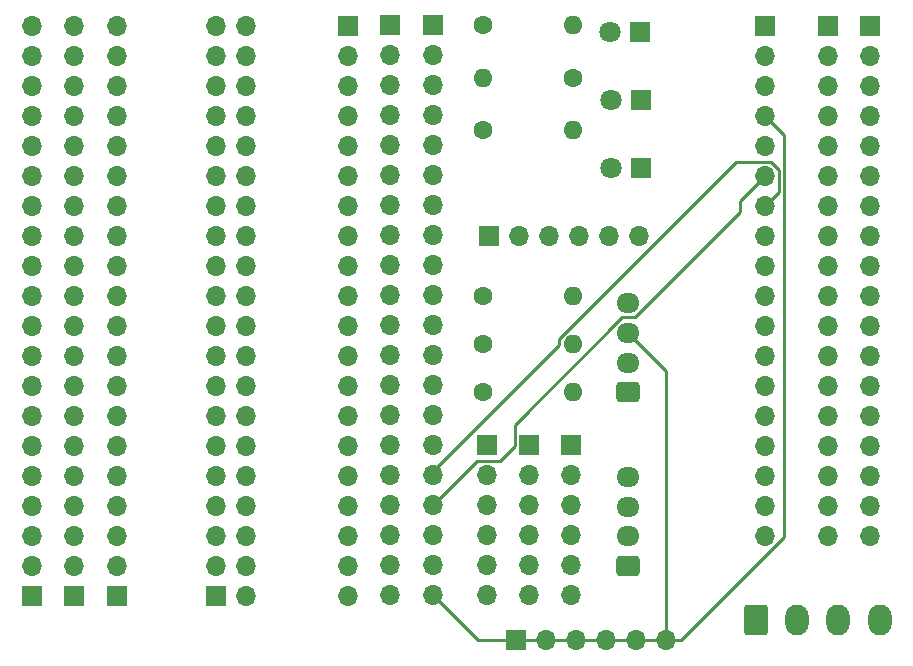
<source format=gbr>
%TF.GenerationSoftware,KiCad,Pcbnew,7.0.5-0*%
%TF.CreationDate,2023-10-01T14:36:37-07:00*%
%TF.ProjectId,FONA_pi,464f4e41-5f70-4692-9e6b-696361645f70,rev?*%
%TF.SameCoordinates,Original*%
%TF.FileFunction,Copper,L2,Bot*%
%TF.FilePolarity,Positive*%
%FSLAX46Y46*%
G04 Gerber Fmt 4.6, Leading zero omitted, Abs format (unit mm)*
G04 Created by KiCad (PCBNEW 7.0.5-0) date 2023-10-01 14:36:37*
%MOMM*%
%LPD*%
G01*
G04 APERTURE LIST*
G04 Aperture macros list*
%AMRoundRect*
0 Rectangle with rounded corners*
0 $1 Rounding radius*
0 $2 $3 $4 $5 $6 $7 $8 $9 X,Y pos of 4 corners*
0 Add a 4 corners polygon primitive as box body*
4,1,4,$2,$3,$4,$5,$6,$7,$8,$9,$2,$3,0*
0 Add four circle primitives for the rounded corners*
1,1,$1+$1,$2,$3*
1,1,$1+$1,$4,$5*
1,1,$1+$1,$6,$7*
1,1,$1+$1,$8,$9*
0 Add four rect primitives between the rounded corners*
20,1,$1+$1,$2,$3,$4,$5,0*
20,1,$1+$1,$4,$5,$6,$7,0*
20,1,$1+$1,$6,$7,$8,$9,0*
20,1,$1+$1,$8,$9,$2,$3,0*%
G04 Aperture macros list end*
%TA.AperFunction,ComponentPad*%
%ADD10R,1.700000X1.700000*%
%TD*%
%TA.AperFunction,ComponentPad*%
%ADD11O,1.700000X1.700000*%
%TD*%
%TA.AperFunction,ComponentPad*%
%ADD12C,1.600000*%
%TD*%
%TA.AperFunction,ComponentPad*%
%ADD13O,1.600000X1.600000*%
%TD*%
%TA.AperFunction,ComponentPad*%
%ADD14R,1.800000X1.800000*%
%TD*%
%TA.AperFunction,ComponentPad*%
%ADD15C,1.800000*%
%TD*%
%TA.AperFunction,ComponentPad*%
%ADD16RoundRect,0.250000X0.725000X-0.600000X0.725000X0.600000X-0.725000X0.600000X-0.725000X-0.600000X0*%
%TD*%
%TA.AperFunction,ComponentPad*%
%ADD17O,1.950000X1.700000*%
%TD*%
%TA.AperFunction,ComponentPad*%
%ADD18RoundRect,0.250000X-0.750000X-1.050000X0.750000X-1.050000X0.750000X1.050000X-0.750000X1.050000X0*%
%TD*%
%TA.AperFunction,ComponentPad*%
%ADD19O,2.000000X2.600000*%
%TD*%
%TA.AperFunction,Conductor*%
%ADD20C,0.250000*%
%TD*%
G04 APERTURE END LIST*
D10*
%TO.P,J5,1,Pin_1*%
%TO.N,Net-(J5-Pin_1)*%
X147955000Y-60934600D03*
D11*
%TO.P,J5,2,Pin_2*%
%TO.N,Net-(J5-Pin_2)*%
X147955000Y-63474600D03*
%TO.P,J5,3,Pin_3*%
%TO.N,Net-(J5-Pin_3)*%
X147955000Y-66014600D03*
%TO.P,J5,4,Pin_4*%
%TO.N,Net-(J10-Pin_3)*%
X147955000Y-68554600D03*
%TO.P,J5,5,Pin_5*%
%TO.N,Net-(J5-Pin_5)*%
X147955000Y-71094600D03*
%TO.P,J5,6,Pin_6*%
%TO.N,Net-(J2-Pin_8)*%
X147955000Y-73634600D03*
%TO.P,J5,7,Pin_7*%
%TO.N,Net-(J2-Pin_10)*%
X147955000Y-76174600D03*
%TO.P,J5,8,Pin_8*%
%TO.N,Net-(J5-Pin_8)*%
X147955000Y-78714600D03*
%TO.P,J5,9,Pin_9*%
%TO.N,Net-(J5-Pin_9)*%
X147955000Y-81254600D03*
%TO.P,J5,10,Pin_10*%
%TO.N,Net-(J5-Pin_10)*%
X147955000Y-83794600D03*
%TO.P,J5,11,Pin_11*%
%TO.N,Net-(G5-A)*%
X147955000Y-86334600D03*
%TO.P,J5,12,Pin_12*%
%TO.N,Net-(J5-Pin_12)*%
X147955000Y-88874600D03*
%TO.P,J5,13,Pin_13*%
%TO.N,Net-(J5-Pin_13)*%
X147955000Y-91414600D03*
%TO.P,J5,14,Pin_14*%
%TO.N,Net-(J5-Pin_14)*%
X147955000Y-93954600D03*
%TO.P,J5,15,Pin_15*%
%TO.N,Net-(J18-Pin_4)*%
X147955000Y-96494600D03*
%TO.P,J5,16,Pin_16*%
%TO.N,Net-(J18-Pin_3)*%
X147955000Y-99034600D03*
%TO.P,J5,17,Pin_17*%
%TO.N,Net-(J18-Pin_2)*%
X147955000Y-101574600D03*
%TO.P,J5,18,Pin_18*%
%TO.N,Net-(J18-Pin_1)*%
X147955000Y-104114600D03*
%TD*%
D12*
%TO.P,R1,1*%
%TO.N,Net-(J1-Pin_16)*%
X124104400Y-69773800D03*
D13*
%TO.P,R1,2*%
%TO.N,Net-(D3-A)*%
X131724400Y-69773800D03*
%TD*%
D10*
%TO.P,J13,1,Pin_1*%
%TO.N,Net-(J13-Pin_1)*%
X124383800Y-96418400D03*
D11*
%TO.P,J13,2,Pin_2*%
%TO.N,Net-(J13-Pin_2)*%
X124383800Y-98958400D03*
%TO.P,J13,3,Pin_3*%
%TO.N,Net-(J13-Pin_3)*%
X124383800Y-101498400D03*
%TO.P,J13,4,Pin_4*%
%TO.N,Net-(J13-Pin_4)*%
X124383800Y-104038400D03*
%TO.P,J13,5,Pin_5*%
%TO.N,Net-(J13-Pin_5)*%
X124383800Y-106578400D03*
%TO.P,J13,6,Pin_6*%
%TO.N,Net-(J13-Pin_6)*%
X124383800Y-109118400D03*
%TD*%
D10*
%TO.P,J6,1,Pin_1*%
%TO.N,Net-(J5-Pin_1)*%
X153286400Y-60960000D03*
D11*
%TO.P,J6,2,Pin_2*%
%TO.N,Net-(J5-Pin_2)*%
X153286400Y-63500000D03*
%TO.P,J6,3,Pin_3*%
%TO.N,Net-(J5-Pin_3)*%
X153286400Y-66040000D03*
%TO.P,J6,4,Pin_4*%
%TO.N,Net-(J10-Pin_3)*%
X153286400Y-68580000D03*
%TO.P,J6,5,Pin_5*%
%TO.N,Net-(J5-Pin_5)*%
X153286400Y-71120000D03*
%TO.P,J6,6,Pin_6*%
%TO.N,Net-(J2-Pin_8)*%
X153286400Y-73660000D03*
%TO.P,J6,7,Pin_7*%
%TO.N,Net-(J2-Pin_10)*%
X153286400Y-76200000D03*
%TO.P,J6,8,Pin_8*%
%TO.N,Net-(J5-Pin_8)*%
X153286400Y-78740000D03*
%TO.P,J6,9,Pin_9*%
%TO.N,Net-(J5-Pin_9)*%
X153286400Y-81280000D03*
%TO.P,J6,10,Pin_10*%
%TO.N,Net-(J5-Pin_10)*%
X153286400Y-83820000D03*
%TO.P,J6,11,Pin_11*%
%TO.N,Net-(G5-A)*%
X153286400Y-86360000D03*
%TO.P,J6,12,Pin_12*%
%TO.N,Net-(J5-Pin_12)*%
X153286400Y-88900000D03*
%TO.P,J6,13,Pin_13*%
%TO.N,Net-(J5-Pin_13)*%
X153286400Y-91440000D03*
%TO.P,J6,14,Pin_14*%
%TO.N,Net-(J5-Pin_14)*%
X153286400Y-93980000D03*
%TO.P,J6,15,Pin_15*%
%TO.N,Net-(J18-Pin_4)*%
X153286400Y-96520000D03*
%TO.P,J6,16,Pin_16*%
%TO.N,Net-(J18-Pin_3)*%
X153286400Y-99060000D03*
%TO.P,J6,17,Pin_17*%
%TO.N,Net-(J18-Pin_2)*%
X153286400Y-101600000D03*
%TO.P,J6,18,Pin_18*%
%TO.N,Net-(J18-Pin_1)*%
X153286400Y-104140000D03*
%TD*%
D12*
%TO.P,R6,1*%
%TO.N,Net-(J2-Pin_16)*%
X124053600Y-91922600D03*
D13*
%TO.P,R6,2*%
%TO.N,Net-(J10-Pin_1)*%
X131673600Y-91922600D03*
%TD*%
D14*
%TO.P,D3,1,K*%
%TO.N,Net-(D1-K)*%
X137439400Y-72948800D03*
D15*
%TO.P,D3,2,A*%
%TO.N,Net-(D3-A)*%
X134899400Y-72948800D03*
%TD*%
D12*
%TO.P,R3,1*%
%TO.N,Net-(J1-Pin_19)*%
X124104400Y-60883800D03*
D13*
%TO.P,R3,2*%
%TO.N,Net-(D1-A)*%
X131724400Y-60883800D03*
%TD*%
D16*
%TO.P,J9,1,Pin_1*%
%TO.N,Net-(J18-Pin_1)*%
X136347200Y-106629200D03*
D17*
%TO.P,J9,2,Pin_2*%
%TO.N,Net-(J18-Pin_2)*%
X136347200Y-104129200D03*
%TO.P,J9,3,Pin_3*%
%TO.N,Net-(J18-Pin_3)*%
X136347200Y-101629200D03*
%TO.P,J9,4,Pin_4*%
%TO.N,Net-(J18-Pin_4)*%
X136347200Y-99129200D03*
%TD*%
D12*
%TO.P,R2,1*%
%TO.N,Net-(D2-A)*%
X131724400Y-65328800D03*
D13*
%TO.P,R2,2*%
%TO.N,Net-(J2-Pin_36)*%
X124104400Y-65328800D03*
%TD*%
D12*
%TO.P,R4,1*%
%TO.N,Net-(J2-Pin_22)*%
X124053600Y-83822600D03*
D13*
%TO.P,R4,2*%
%TO.N,Net-(J10-Pin_4)*%
X131673600Y-83822600D03*
%TD*%
D10*
%TO.P,J15,1,Pin_1*%
%TO.N,Net-(J13-Pin_1)*%
X131523800Y-96418400D03*
D11*
%TO.P,J15,2,Pin_2*%
%TO.N,Net-(J13-Pin_2)*%
X131523800Y-98958400D03*
%TO.P,J15,3,Pin_3*%
%TO.N,Net-(J13-Pin_3)*%
X131523800Y-101498400D03*
%TO.P,J15,4,Pin_4*%
%TO.N,Net-(J13-Pin_4)*%
X131523800Y-104038400D03*
%TO.P,J15,5,Pin_5*%
%TO.N,Net-(J13-Pin_5)*%
X131523800Y-106578400D03*
%TO.P,J15,6,Pin_6*%
%TO.N,Net-(J13-Pin_6)*%
X131523800Y-109118400D03*
%TD*%
D12*
%TO.P,R5,1*%
%TO.N,Net-(J2-Pin_18)*%
X124053600Y-87872600D03*
D13*
%TO.P,R5,2*%
%TO.N,Net-(J10-Pin_2)*%
X131673600Y-87872600D03*
%TD*%
D10*
%TO.P,J2,1,Pin_1*%
%TO.N,Net-(J1-Pin_1)*%
X101447600Y-109169200D03*
D11*
%TO.P,J2,2,Pin_2*%
%TO.N,Net-(J10-Pin_3)*%
X103987600Y-109169200D03*
%TO.P,J2,3,Pin_3*%
%TO.N,Net-(J1-Pin_2)*%
X101447600Y-106629200D03*
%TO.P,J2,4,Pin_4*%
%TO.N,Net-(J2-Pin_4)*%
X103987600Y-106629200D03*
%TO.P,J2,5,Pin_5*%
%TO.N,Net-(J1-Pin_3)*%
X101447600Y-104089200D03*
%TO.P,J2,6,Pin_6*%
%TO.N,Net-(J2-Pin_6)*%
X103987600Y-104089200D03*
%TO.P,J2,7,Pin_7*%
%TO.N,Net-(J1-Pin_4)*%
X101447600Y-101549200D03*
%TO.P,J2,8,Pin_8*%
%TO.N,Net-(J2-Pin_8)*%
X103987600Y-101549200D03*
%TO.P,J2,9,Pin_9*%
%TO.N,Net-(J1-Pin_5)*%
X101447600Y-99009200D03*
%TO.P,J2,10,Pin_10*%
%TO.N,Net-(J2-Pin_10)*%
X103987600Y-99009200D03*
%TO.P,J2,11,Pin_11*%
%TO.N,Net-(J1-Pin_6)*%
X101447600Y-96469200D03*
%TO.P,J2,12,Pin_12*%
%TO.N,Net-(J2-Pin_12)*%
X103987600Y-96469200D03*
%TO.P,J2,13,Pin_13*%
%TO.N,Net-(J1-Pin_7)*%
X101447600Y-93929200D03*
%TO.P,J2,14,Pin_14*%
%TO.N,Net-(J2-Pin_14)*%
X103987600Y-93929200D03*
%TO.P,J2,15,Pin_15*%
%TO.N,Net-(J1-Pin_8)*%
X101447600Y-91389200D03*
%TO.P,J2,16,Pin_16*%
%TO.N,Net-(J2-Pin_16)*%
X103987600Y-91389200D03*
%TO.P,J2,17,Pin_17*%
%TO.N,Net-(J1-Pin_9)*%
X101447600Y-88849200D03*
%TO.P,J2,18,Pin_18*%
%TO.N,Net-(J2-Pin_18)*%
X103987600Y-88849200D03*
%TO.P,J2,19,Pin_19*%
%TO.N,Net-(J1-Pin_10)*%
X101447600Y-86309200D03*
%TO.P,J2,20,Pin_20*%
%TO.N,Net-(J2-Pin_20)*%
X103987600Y-86309200D03*
%TO.P,J2,21,Pin_21*%
%TO.N,Net-(J1-Pin_11)*%
X101447600Y-83769200D03*
%TO.P,J2,22,Pin_22*%
%TO.N,Net-(J2-Pin_22)*%
X103987600Y-83769200D03*
%TO.P,J2,23,Pin_23*%
%TO.N,Net-(J1-Pin_12)*%
X101447600Y-81229200D03*
%TO.P,J2,24,Pin_24*%
%TO.N,Net-(J2-Pin_24)*%
X103987600Y-81229200D03*
%TO.P,J2,25,Pin_25*%
%TO.N,Net-(J1-Pin_13)*%
X101447600Y-78689200D03*
%TO.P,J2,26,Pin_26*%
%TO.N,Net-(J2-Pin_26)*%
X103987600Y-78689200D03*
%TO.P,J2,27,Pin_27*%
%TO.N,Net-(J1-Pin_14)*%
X101447600Y-76149200D03*
%TO.P,J2,28,Pin_28*%
%TO.N,Net-(J2-Pin_28)*%
X103987600Y-76149200D03*
%TO.P,J2,29,Pin_29*%
%TO.N,Net-(G5-B)*%
X101447600Y-73609200D03*
%TO.P,J2,30,Pin_30*%
%TO.N,Net-(J2-Pin_30)*%
X103987600Y-73609200D03*
%TO.P,J2,31,Pin_31*%
%TO.N,Net-(J1-Pin_16)*%
X101447600Y-71069200D03*
%TO.P,J2,32,Pin_32*%
%TO.N,Net-(J2-Pin_32)*%
X103987600Y-71069200D03*
%TO.P,J2,33,Pin_33*%
%TO.N,Net-(J1-Pin_17)*%
X101447600Y-68529200D03*
%TO.P,J2,34,Pin_34*%
%TO.N,Net-(D1-K)*%
X103987600Y-68529200D03*
%TO.P,J2,35,Pin_35*%
%TO.N,Net-(J1-Pin_18)*%
X101447600Y-65989200D03*
%TO.P,J2,36,Pin_36*%
%TO.N,Net-(J2-Pin_36)*%
X103987600Y-65989200D03*
%TO.P,J2,37,Pin_37*%
%TO.N,Net-(J1-Pin_19)*%
X101447600Y-63449200D03*
%TO.P,J2,38,Pin_38*%
%TO.N,Net-(J2-Pin_38)*%
X103987600Y-63449200D03*
%TO.P,J2,39,Pin_39*%
%TO.N,Net-(J1-Pin_20)*%
X101447600Y-60909200D03*
%TO.P,J2,40,Pin_40*%
%TO.N,Net-(J2-Pin_40)*%
X103987600Y-60909200D03*
%TD*%
D14*
%TO.P,D2,1,K*%
%TO.N,Net-(D1-K)*%
X137444400Y-67233800D03*
D15*
%TO.P,D2,2,A*%
%TO.N,Net-(D2-A)*%
X134904400Y-67233800D03*
%TD*%
D10*
%TO.P,J4,1,Pin_1*%
%TO.N,Net-(J2-Pin_40)*%
X119862600Y-60883800D03*
D11*
%TO.P,J4,2,Pin_2*%
%TO.N,Net-(J2-Pin_38)*%
X119862600Y-63423800D03*
%TO.P,J4,3,Pin_3*%
%TO.N,Net-(J2-Pin_36)*%
X119862600Y-65963800D03*
%TO.P,J4,4,Pin_4*%
%TO.N,Net-(D1-K)*%
X119862600Y-68503800D03*
%TO.P,J4,5,Pin_5*%
%TO.N,Net-(J2-Pin_32)*%
X119862600Y-71043800D03*
%TO.P,J4,6,Pin_6*%
%TO.N,Net-(J2-Pin_30)*%
X119862600Y-73583800D03*
%TO.P,J4,7,Pin_7*%
%TO.N,Net-(J2-Pin_28)*%
X119862600Y-76123800D03*
%TO.P,J4,8,Pin_8*%
%TO.N,Net-(J2-Pin_26)*%
X119862600Y-78663800D03*
%TO.P,J4,9,Pin_9*%
%TO.N,Net-(J2-Pin_24)*%
X119862600Y-81203800D03*
%TO.P,J4,10,Pin_10*%
%TO.N,Net-(J2-Pin_22)*%
X119862600Y-83743800D03*
%TO.P,J4,11,Pin_11*%
%TO.N,Net-(J2-Pin_20)*%
X119862600Y-86283800D03*
%TO.P,J4,12,Pin_12*%
%TO.N,Net-(J2-Pin_18)*%
X119862600Y-88823800D03*
%TO.P,J4,13,Pin_13*%
%TO.N,Net-(J2-Pin_16)*%
X119862600Y-91363800D03*
%TO.P,J4,14,Pin_14*%
%TO.N,Net-(J2-Pin_14)*%
X119862600Y-93903800D03*
%TO.P,J4,15,Pin_15*%
%TO.N,Net-(J2-Pin_12)*%
X119862600Y-96443800D03*
%TO.P,J4,16,Pin_16*%
%TO.N,Net-(J2-Pin_10)*%
X119862600Y-98983800D03*
%TO.P,J4,17,Pin_17*%
%TO.N,Net-(J2-Pin_8)*%
X119862600Y-101523800D03*
%TO.P,J4,18,Pin_18*%
%TO.N,Net-(J2-Pin_6)*%
X119862600Y-104063800D03*
%TO.P,J4,19,Pin_19*%
%TO.N,Net-(J2-Pin_4)*%
X119862600Y-106603800D03*
%TO.P,J4,20,Pin_20*%
%TO.N,Net-(J10-Pin_3)*%
X119862600Y-109143800D03*
%TD*%
D10*
%TO.P,J17,1,Pin_1*%
%TO.N,Net-(J10-Pin_3)*%
X126898400Y-112928400D03*
D11*
%TO.P,J17,2,Pin_2*%
X129438400Y-112928400D03*
%TO.P,J17,3,Pin_3*%
X131978400Y-112928400D03*
%TO.P,J17,4,Pin_4*%
X134518400Y-112928400D03*
%TO.P,J17,5,Pin_5*%
X137058400Y-112928400D03*
%TO.P,J17,6,Pin_6*%
X139598400Y-112928400D03*
%TD*%
D10*
%TO.P,J11,1,Pin_1*%
%TO.N,Net-(J1-Pin_1)*%
X89486800Y-109160000D03*
D11*
%TO.P,J11,2,Pin_2*%
%TO.N,Net-(J1-Pin_2)*%
X89486800Y-106620000D03*
%TO.P,J11,3,Pin_3*%
%TO.N,Net-(J1-Pin_3)*%
X89486800Y-104080000D03*
%TO.P,J11,4,Pin_4*%
%TO.N,Net-(J1-Pin_4)*%
X89486800Y-101540000D03*
%TO.P,J11,5,Pin_5*%
%TO.N,Net-(J1-Pin_5)*%
X89486800Y-99000000D03*
%TO.P,J11,6,Pin_6*%
%TO.N,Net-(J1-Pin_6)*%
X89486800Y-96460000D03*
%TO.P,J11,7,Pin_7*%
%TO.N,Net-(J1-Pin_7)*%
X89486800Y-93920000D03*
%TO.P,J11,8,Pin_8*%
%TO.N,Net-(J1-Pin_8)*%
X89486800Y-91380000D03*
%TO.P,J11,9,Pin_9*%
%TO.N,Net-(J1-Pin_9)*%
X89486800Y-88840000D03*
%TO.P,J11,10,Pin_10*%
%TO.N,Net-(J1-Pin_10)*%
X89486800Y-86300000D03*
%TO.P,J11,11,Pin_11*%
%TO.N,Net-(J1-Pin_11)*%
X89486800Y-83760000D03*
%TO.P,J11,12,Pin_12*%
%TO.N,Net-(J1-Pin_12)*%
X89486800Y-81220000D03*
%TO.P,J11,13,Pin_13*%
%TO.N,Net-(J1-Pin_13)*%
X89486800Y-78680000D03*
%TO.P,J11,14,Pin_14*%
%TO.N,Net-(J1-Pin_14)*%
X89486800Y-76140000D03*
%TO.P,J11,15,Pin_15*%
%TO.N,Net-(G5-B)*%
X89486800Y-73600000D03*
%TO.P,J11,16,Pin_16*%
%TO.N,Net-(J1-Pin_16)*%
X89486800Y-71060000D03*
%TO.P,J11,17,Pin_17*%
%TO.N,Net-(J1-Pin_17)*%
X89486800Y-68520000D03*
%TO.P,J11,18,Pin_18*%
%TO.N,Net-(J1-Pin_18)*%
X89486800Y-65980000D03*
%TO.P,J11,19,Pin_19*%
%TO.N,Net-(J1-Pin_19)*%
X89486800Y-63440000D03*
%TO.P,J11,20,Pin_20*%
%TO.N,Net-(J1-Pin_20)*%
X89486800Y-60900000D03*
%TD*%
D10*
%TO.P,J12,1,Pin_1*%
%TO.N,Net-(J1-Pin_1)*%
X85877400Y-109160000D03*
D11*
%TO.P,J12,2,Pin_2*%
%TO.N,Net-(J1-Pin_2)*%
X85877400Y-106620000D03*
%TO.P,J12,3,Pin_3*%
%TO.N,Net-(J1-Pin_3)*%
X85877400Y-104080000D03*
%TO.P,J12,4,Pin_4*%
%TO.N,Net-(J1-Pin_4)*%
X85877400Y-101540000D03*
%TO.P,J12,5,Pin_5*%
%TO.N,Net-(J1-Pin_5)*%
X85877400Y-99000000D03*
%TO.P,J12,6,Pin_6*%
%TO.N,Net-(J1-Pin_6)*%
X85877400Y-96460000D03*
%TO.P,J12,7,Pin_7*%
%TO.N,Net-(J1-Pin_7)*%
X85877400Y-93920000D03*
%TO.P,J12,8,Pin_8*%
%TO.N,Net-(J1-Pin_8)*%
X85877400Y-91380000D03*
%TO.P,J12,9,Pin_9*%
%TO.N,Net-(J1-Pin_9)*%
X85877400Y-88840000D03*
%TO.P,J12,10,Pin_10*%
%TO.N,Net-(J1-Pin_10)*%
X85877400Y-86300000D03*
%TO.P,J12,11,Pin_11*%
%TO.N,Net-(J1-Pin_11)*%
X85877400Y-83760000D03*
%TO.P,J12,12,Pin_12*%
%TO.N,Net-(J1-Pin_12)*%
X85877400Y-81220000D03*
%TO.P,J12,13,Pin_13*%
%TO.N,Net-(J1-Pin_13)*%
X85877400Y-78680000D03*
%TO.P,J12,14,Pin_14*%
%TO.N,Net-(J1-Pin_14)*%
X85877400Y-76140000D03*
%TO.P,J12,15,Pin_15*%
%TO.N,Net-(G5-B)*%
X85877400Y-73600000D03*
%TO.P,J12,16,Pin_16*%
%TO.N,Net-(J1-Pin_16)*%
X85877400Y-71060000D03*
%TO.P,J12,17,Pin_17*%
%TO.N,Net-(J1-Pin_17)*%
X85877400Y-68520000D03*
%TO.P,J12,18,Pin_18*%
%TO.N,Net-(J1-Pin_18)*%
X85877400Y-65980000D03*
%TO.P,J12,19,Pin_19*%
%TO.N,Net-(J1-Pin_19)*%
X85877400Y-63440000D03*
%TO.P,J12,20,Pin_20*%
%TO.N,Net-(J1-Pin_20)*%
X85877400Y-60900000D03*
%TD*%
D10*
%TO.P,J1,1,Pin_1*%
%TO.N,Net-(J1-Pin_1)*%
X93091000Y-109169200D03*
D11*
%TO.P,J1,2,Pin_2*%
%TO.N,Net-(J1-Pin_2)*%
X93091000Y-106629200D03*
%TO.P,J1,3,Pin_3*%
%TO.N,Net-(J1-Pin_3)*%
X93091000Y-104089200D03*
%TO.P,J1,4,Pin_4*%
%TO.N,Net-(J1-Pin_4)*%
X93091000Y-101549200D03*
%TO.P,J1,5,Pin_5*%
%TO.N,Net-(J1-Pin_5)*%
X93091000Y-99009200D03*
%TO.P,J1,6,Pin_6*%
%TO.N,Net-(J1-Pin_6)*%
X93091000Y-96469200D03*
%TO.P,J1,7,Pin_7*%
%TO.N,Net-(J1-Pin_7)*%
X93091000Y-93929200D03*
%TO.P,J1,8,Pin_8*%
%TO.N,Net-(J1-Pin_8)*%
X93091000Y-91389200D03*
%TO.P,J1,9,Pin_9*%
%TO.N,Net-(J1-Pin_9)*%
X93091000Y-88849200D03*
%TO.P,J1,10,Pin_10*%
%TO.N,Net-(J1-Pin_10)*%
X93091000Y-86309200D03*
%TO.P,J1,11,Pin_11*%
%TO.N,Net-(J1-Pin_11)*%
X93091000Y-83769200D03*
%TO.P,J1,12,Pin_12*%
%TO.N,Net-(J1-Pin_12)*%
X93091000Y-81229200D03*
%TO.P,J1,13,Pin_13*%
%TO.N,Net-(J1-Pin_13)*%
X93091000Y-78689200D03*
%TO.P,J1,14,Pin_14*%
%TO.N,Net-(J1-Pin_14)*%
X93091000Y-76149200D03*
%TO.P,J1,15,Pin_15*%
%TO.N,Net-(G5-B)*%
X93091000Y-73609200D03*
%TO.P,J1,16,Pin_16*%
%TO.N,Net-(J1-Pin_16)*%
X93091000Y-71069200D03*
%TO.P,J1,17,Pin_17*%
%TO.N,Net-(J1-Pin_17)*%
X93091000Y-68529200D03*
%TO.P,J1,18,Pin_18*%
%TO.N,Net-(J1-Pin_18)*%
X93091000Y-65989200D03*
%TO.P,J1,19,Pin_19*%
%TO.N,Net-(J1-Pin_19)*%
X93091000Y-63449200D03*
%TO.P,J1,20,Pin_20*%
%TO.N,Net-(J1-Pin_20)*%
X93091000Y-60909200D03*
%TD*%
D10*
%TO.P,J8,1,Pin_1*%
%TO.N,Net-(J5-Pin_1)*%
X156870400Y-60960000D03*
D11*
%TO.P,J8,2,Pin_2*%
%TO.N,Net-(J5-Pin_2)*%
X156870400Y-63500000D03*
%TO.P,J8,3,Pin_3*%
%TO.N,Net-(J5-Pin_3)*%
X156870400Y-66040000D03*
%TO.P,J8,4,Pin_4*%
%TO.N,Net-(J10-Pin_3)*%
X156870400Y-68580000D03*
%TO.P,J8,5,Pin_5*%
%TO.N,Net-(J5-Pin_5)*%
X156870400Y-71120000D03*
%TO.P,J8,6,Pin_6*%
%TO.N,Net-(J2-Pin_8)*%
X156870400Y-73660000D03*
%TO.P,J8,7,Pin_7*%
%TO.N,Net-(J2-Pin_10)*%
X156870400Y-76200000D03*
%TO.P,J8,8,Pin_8*%
%TO.N,Net-(J5-Pin_8)*%
X156870400Y-78740000D03*
%TO.P,J8,9,Pin_9*%
%TO.N,Net-(J5-Pin_9)*%
X156870400Y-81280000D03*
%TO.P,J8,10,Pin_10*%
%TO.N,Net-(J5-Pin_10)*%
X156870400Y-83820000D03*
%TO.P,J8,11,Pin_11*%
%TO.N,Net-(G5-A)*%
X156870400Y-86360000D03*
%TO.P,J8,12,Pin_12*%
%TO.N,Net-(J5-Pin_12)*%
X156870400Y-88900000D03*
%TO.P,J8,13,Pin_13*%
%TO.N,Net-(J5-Pin_13)*%
X156870400Y-91440000D03*
%TO.P,J8,14,Pin_14*%
%TO.N,Net-(J5-Pin_14)*%
X156870400Y-93980000D03*
%TO.P,J8,15,Pin_15*%
%TO.N,Net-(J18-Pin_4)*%
X156870400Y-96520000D03*
%TO.P,J8,16,Pin_16*%
%TO.N,Net-(J18-Pin_3)*%
X156870400Y-99060000D03*
%TO.P,J8,17,Pin_17*%
%TO.N,Net-(J18-Pin_2)*%
X156870400Y-101600000D03*
%TO.P,J8,18,Pin_18*%
%TO.N,Net-(J18-Pin_1)*%
X156870400Y-104140000D03*
%TD*%
D16*
%TO.P,J10,1,Pin_1*%
%TO.N,Net-(J10-Pin_1)*%
X136347200Y-91929600D03*
D17*
%TO.P,J10,2,Pin_2*%
%TO.N,Net-(J10-Pin_2)*%
X136347200Y-89429600D03*
%TO.P,J10,3,Pin_3*%
%TO.N,Net-(J10-Pin_3)*%
X136347200Y-86929600D03*
%TO.P,J10,4,Pin_4*%
%TO.N,Net-(J10-Pin_4)*%
X136347200Y-84429600D03*
%TD*%
D10*
%TO.P,J16,1,Pin_1*%
%TO.N,Net-(D1-K)*%
X124561600Y-78689200D03*
D11*
%TO.P,J16,2,Pin_2*%
X127101600Y-78689200D03*
%TO.P,J16,3,Pin_3*%
X129641600Y-78689200D03*
%TO.P,J16,4,Pin_4*%
X132181600Y-78689200D03*
%TO.P,J16,5,Pin_5*%
X134721600Y-78689200D03*
%TO.P,J16,6,Pin_6*%
X137261600Y-78689200D03*
%TD*%
D10*
%TO.P,J3,1,Pin_1*%
%TO.N,Net-(J2-Pin_40)*%
X112649000Y-60960000D03*
D11*
%TO.P,J3,2,Pin_2*%
%TO.N,Net-(J2-Pin_38)*%
X112649000Y-63500000D03*
%TO.P,J3,3,Pin_3*%
%TO.N,Net-(J2-Pin_36)*%
X112649000Y-66040000D03*
%TO.P,J3,4,Pin_4*%
%TO.N,Net-(D1-K)*%
X112649000Y-68580000D03*
%TO.P,J3,5,Pin_5*%
%TO.N,Net-(J2-Pin_32)*%
X112649000Y-71120000D03*
%TO.P,J3,6,Pin_6*%
%TO.N,Net-(J2-Pin_30)*%
X112649000Y-73660000D03*
%TO.P,J3,7,Pin_7*%
%TO.N,Net-(J2-Pin_28)*%
X112649000Y-76200000D03*
%TO.P,J3,8,Pin_8*%
%TO.N,Net-(J2-Pin_26)*%
X112649000Y-78740000D03*
%TO.P,J3,9,Pin_9*%
%TO.N,Net-(J2-Pin_24)*%
X112649000Y-81280000D03*
%TO.P,J3,10,Pin_10*%
%TO.N,Net-(J2-Pin_22)*%
X112649000Y-83820000D03*
%TO.P,J3,11,Pin_11*%
%TO.N,Net-(J2-Pin_20)*%
X112649000Y-86360000D03*
%TO.P,J3,12,Pin_12*%
%TO.N,Net-(J2-Pin_18)*%
X112649000Y-88900000D03*
%TO.P,J3,13,Pin_13*%
%TO.N,Net-(J2-Pin_16)*%
X112649000Y-91440000D03*
%TO.P,J3,14,Pin_14*%
%TO.N,Net-(J2-Pin_14)*%
X112649000Y-93980000D03*
%TO.P,J3,15,Pin_15*%
%TO.N,Net-(J2-Pin_12)*%
X112649000Y-96520000D03*
%TO.P,J3,16,Pin_16*%
%TO.N,Net-(J2-Pin_10)*%
X112649000Y-99060000D03*
%TO.P,J3,17,Pin_17*%
%TO.N,Net-(J2-Pin_8)*%
X112649000Y-101600000D03*
%TO.P,J3,18,Pin_18*%
%TO.N,Net-(J2-Pin_6)*%
X112649000Y-104140000D03*
%TO.P,J3,19,Pin_19*%
%TO.N,Net-(J2-Pin_4)*%
X112649000Y-106680000D03*
%TO.P,J3,20,Pin_20*%
%TO.N,Net-(J10-Pin_3)*%
X112649000Y-109220000D03*
%TD*%
D10*
%TO.P,J7,1,Pin_1*%
%TO.N,Net-(J2-Pin_40)*%
X116230400Y-60883800D03*
D11*
%TO.P,J7,2,Pin_2*%
%TO.N,Net-(J2-Pin_38)*%
X116230400Y-63423800D03*
%TO.P,J7,3,Pin_3*%
%TO.N,Net-(J2-Pin_36)*%
X116230400Y-65963800D03*
%TO.P,J7,4,Pin_4*%
%TO.N,Net-(D1-K)*%
X116230400Y-68503800D03*
%TO.P,J7,5,Pin_5*%
%TO.N,Net-(J2-Pin_32)*%
X116230400Y-71043800D03*
%TO.P,J7,6,Pin_6*%
%TO.N,Net-(J2-Pin_30)*%
X116230400Y-73583800D03*
%TO.P,J7,7,Pin_7*%
%TO.N,Net-(J2-Pin_28)*%
X116230400Y-76123800D03*
%TO.P,J7,8,Pin_8*%
%TO.N,Net-(J2-Pin_26)*%
X116230400Y-78663800D03*
%TO.P,J7,9,Pin_9*%
%TO.N,Net-(J2-Pin_24)*%
X116230400Y-81203800D03*
%TO.P,J7,10,Pin_10*%
%TO.N,Net-(J2-Pin_22)*%
X116230400Y-83743800D03*
%TO.P,J7,11,Pin_11*%
%TO.N,Net-(J2-Pin_20)*%
X116230400Y-86283800D03*
%TO.P,J7,12,Pin_12*%
%TO.N,Net-(J2-Pin_18)*%
X116230400Y-88823800D03*
%TO.P,J7,13,Pin_13*%
%TO.N,Net-(J2-Pin_16)*%
X116230400Y-91363800D03*
%TO.P,J7,14,Pin_14*%
%TO.N,Net-(J2-Pin_14)*%
X116230400Y-93903800D03*
%TO.P,J7,15,Pin_15*%
%TO.N,Net-(J2-Pin_12)*%
X116230400Y-96443800D03*
%TO.P,J7,16,Pin_16*%
%TO.N,Net-(J2-Pin_10)*%
X116230400Y-98983800D03*
%TO.P,J7,17,Pin_17*%
%TO.N,Net-(J2-Pin_8)*%
X116230400Y-101523800D03*
%TO.P,J7,18,Pin_18*%
%TO.N,Net-(J2-Pin_6)*%
X116230400Y-104063800D03*
%TO.P,J7,19,Pin_19*%
%TO.N,Net-(J2-Pin_4)*%
X116230400Y-106603800D03*
%TO.P,J7,20,Pin_20*%
%TO.N,Net-(J10-Pin_3)*%
X116230400Y-109143800D03*
%TD*%
D14*
%TO.P,D1,1,K*%
%TO.N,Net-(D1-K)*%
X137414000Y-61468000D03*
D15*
%TO.P,D1,2,A*%
%TO.N,Net-(D1-A)*%
X134874000Y-61468000D03*
%TD*%
D10*
%TO.P,J14,1,Pin_1*%
%TO.N,Net-(J13-Pin_1)*%
X127967800Y-96418400D03*
D11*
%TO.P,J14,2,Pin_2*%
%TO.N,Net-(J13-Pin_2)*%
X127967800Y-98958400D03*
%TO.P,J14,3,Pin_3*%
%TO.N,Net-(J13-Pin_3)*%
X127967800Y-101498400D03*
%TO.P,J14,4,Pin_4*%
%TO.N,Net-(J13-Pin_4)*%
X127967800Y-104038400D03*
%TO.P,J14,5,Pin_5*%
%TO.N,Net-(J13-Pin_5)*%
X127967800Y-106578400D03*
%TO.P,J14,6,Pin_6*%
%TO.N,Net-(J13-Pin_6)*%
X127967800Y-109118400D03*
%TD*%
D18*
%TO.P,J18,1,Pin_1*%
%TO.N,Net-(J18-Pin_1)*%
X147167600Y-111201200D03*
D19*
%TO.P,J18,2,Pin_2*%
%TO.N,Net-(J18-Pin_2)*%
X150667600Y-111201200D03*
%TO.P,J18,3,Pin_3*%
%TO.N,Net-(J18-Pin_3)*%
X154167600Y-111201200D03*
%TO.P,J18,4,Pin_4*%
%TO.N,Net-(J18-Pin_4)*%
X157667600Y-111201200D03*
%TD*%
D20*
%TO.N,Net-(J10-Pin_3)*%
X139598400Y-112928400D02*
X138220000Y-112928400D01*
X138220000Y-112928400D02*
X137058400Y-112928400D01*
X147955000Y-68554600D02*
X149580000Y-70179600D01*
X149580000Y-70179600D02*
X149580000Y-104180000D01*
X149580000Y-104180000D02*
X140831600Y-112928400D01*
X140831600Y-112928400D02*
X138220000Y-112928400D01*
X139598400Y-112928400D02*
X139598400Y-90180800D01*
X139598400Y-90180800D02*
X136347200Y-86929600D01*
%TO.N,Net-(J2-Pin_10)*%
X145495609Y-72459600D02*
X148441701Y-72459600D01*
X149130000Y-74999600D02*
X147955000Y-76174600D01*
X149130000Y-73147899D02*
X149130000Y-74999600D01*
X130548600Y-87903600D02*
X130548600Y-87406609D01*
X130548600Y-87406609D02*
X145495609Y-72459600D01*
X148441701Y-72459600D02*
X149130000Y-73147899D01*
X119862600Y-98589600D02*
X130548600Y-87903600D01*
%TO.N,Net-(J2-Pin_8)*%
X147955000Y-73634600D02*
X145846800Y-75742800D01*
X123603000Y-97783400D02*
X119862600Y-101523800D01*
X145846800Y-76716701D02*
X136958901Y-85604600D01*
X135940800Y-85604600D02*
X135885499Y-85604600D01*
X125482600Y-97783400D02*
X123603000Y-97783400D01*
X126792800Y-94697299D02*
X126792800Y-96473200D01*
X126792800Y-96473200D02*
X125482600Y-97783400D01*
X145846800Y-75742800D02*
X145846800Y-76716701D01*
X135885499Y-85604600D02*
X126792800Y-94697299D01*
X136958901Y-85604600D02*
X135940800Y-85604600D01*
X135940800Y-85604600D02*
X135832600Y-85604600D01*
%TO.N,Net-(J10-Pin_3)*%
X134518400Y-112928400D02*
X131978400Y-112928400D01*
X131978400Y-112928400D02*
X129438400Y-112928400D01*
X129438400Y-112928400D02*
X126898400Y-112928400D01*
X137058400Y-112928400D02*
X134518400Y-112928400D01*
X126898400Y-112928400D02*
X123647200Y-112928400D01*
X123647200Y-112928400D02*
X119862600Y-109143800D01*
X136347200Y-86929600D02*
X136927200Y-87509600D01*
%TD*%
M02*

</source>
